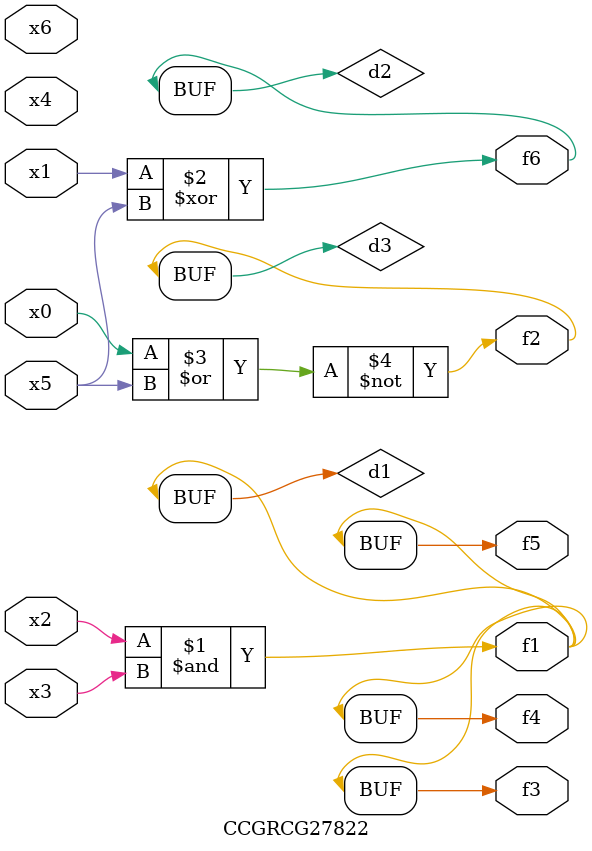
<source format=v>
module CCGRCG27822(
	input x0, x1, x2, x3, x4, x5, x6,
	output f1, f2, f3, f4, f5, f6
);

	wire d1, d2, d3;

	and (d1, x2, x3);
	xor (d2, x1, x5);
	nor (d3, x0, x5);
	assign f1 = d1;
	assign f2 = d3;
	assign f3 = d1;
	assign f4 = d1;
	assign f5 = d1;
	assign f6 = d2;
endmodule

</source>
